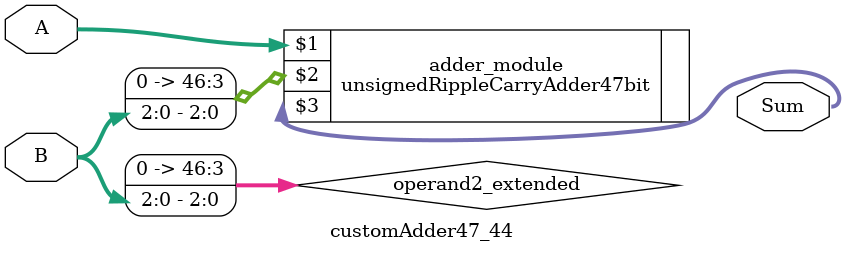
<source format=v>
module customAdder47_44(
                        input [46 : 0] A,
                        input [2 : 0] B,
                        
                        output [47 : 0] Sum
                );

        wire [46 : 0] operand2_extended;
        
        assign operand2_extended =  {44'b0, B};
        
        unsignedRippleCarryAdder47bit adder_module(
            A,
            operand2_extended,
            Sum
        );
        
        endmodule
        
</source>
